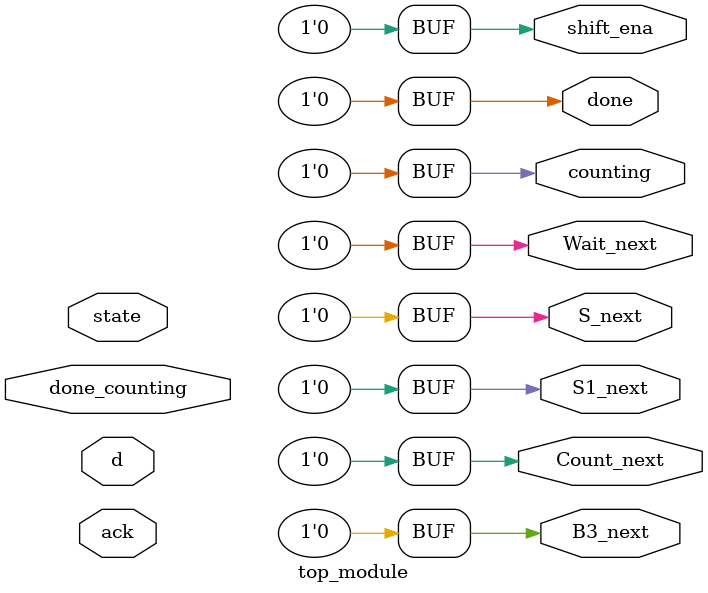
<source format=sv>
module top_module(
    input d,
    input done_counting,
    input ack,
    input [9:0] state,    // 10-bit one-hot current state
    output reg B3_next,
    output reg S_next,
    output reg S1_next,
    output reg Count_next,
    output reg Wait_next,
    output reg done,
    output reg counting,
    output reg shift_ena
 ); 

    // Define state parameters
    parameter S = 10'b0;
    parameter S1 = 10'b1;
    parameter S11 = 10'b10;
    parameter S110 = 10'b11;
    parameter B0 = 10'b100;
    parameter B1 = 10'b101;
    parameter B2 = 10'b110;
    parameter B3 = 10'b111;
    parameter Count = 10'b1000;
    parameter Wait = 10'b1001;

    // Assign default values to outputs
    always @(*) begin
        B3_next = 0;
        S_next = 0;
        S1_next = 0;
        Count_next = 0;
        Wait_next = 0;
        done = 0;
        counting = 0;
        shift_ena = 0;
    end

    // Logic for B3_next output
    always @(state) begin
        B3_next = (state == B2);
    end

    // Logic for S_next output
    always @(state, d, ack) begin
        S_next = ((state == S && d == 0) || (state == S1 && d == 0) || (state == S110 && d == 0) || (state == Wait && ack == 1));
    end

    // Logic for S1_next output
    always @(state, d) begin
        S1_next = (state == S && d == 1);
    end

    // Logic for Count_next output
    always @(state, done_counting) begin
        Count_next = (state == B3 || (state == Count && done_counting == 0));
    end

    // Logic for Wait_next output
    always @(state, done_counting, ack) begin
        Wait_next = (state == Count && done_counting == 1) || (state == Wait && ack == 0);
    end

    // Logic for done output
    always @(state) begin
        done = (state == Wait);
    end

    // Logic for counting output
    always @(state) begin
        counting = (state == Count);
    end

    // Logic for shift_ena output
    always @(state) begin
        shift_ena = (state == B3 || state == B2 || state == B1 || state == B0);
    end

endmodule

</source>
